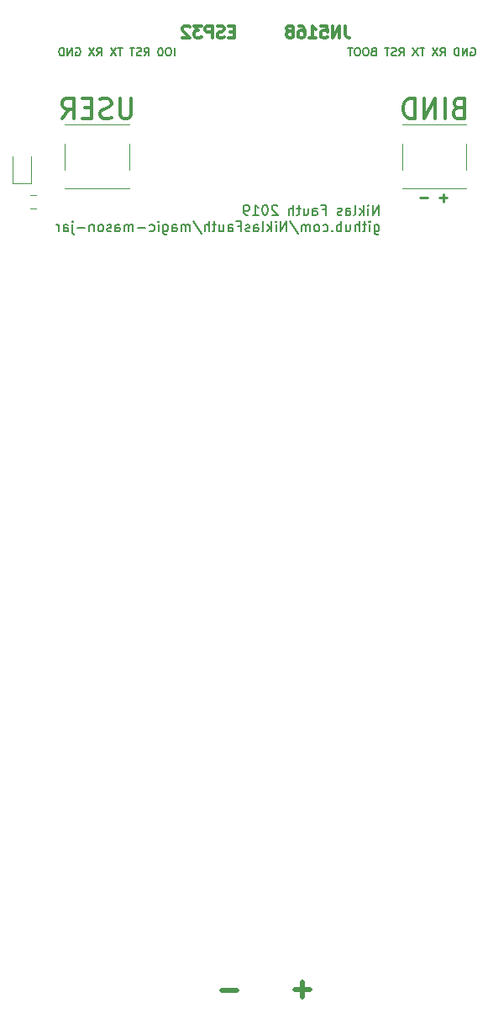
<source format=gbr>
G04 #@! TF.GenerationSoftware,KiCad,Pcbnew,5.1.4+dfsg1-1*
G04 #@! TF.CreationDate,2019-12-22T16:06:28+01:00*
G04 #@! TF.ProjectId,masonjar,6d61736f-6e6a-4617-922e-6b696361645f,rev?*
G04 #@! TF.SameCoordinates,Original*
G04 #@! TF.FileFunction,Legend,Bot*
G04 #@! TF.FilePolarity,Positive*
%FSLAX46Y46*%
G04 Gerber Fmt 4.6, Leading zero omitted, Abs format (unit mm)*
G04 Created by KiCad (PCBNEW 5.1.4+dfsg1-1) date 2019-12-22 16:06:28*
%MOMM*%
%LPD*%
G04 APERTURE LIST*
%ADD10C,0.150000*%
%ADD11C,0.250000*%
%ADD12C,0.500000*%
%ADD13C,0.300000*%
%ADD14C,0.120000*%
G04 APERTURE END LIST*
D10*
X11364404Y-19877380D02*
X11364404Y-18877380D01*
X10792976Y-19877380D01*
X10792976Y-18877380D01*
X10316785Y-19877380D02*
X10316785Y-19210714D01*
X10316785Y-18877380D02*
X10364404Y-18925000D01*
X10316785Y-18972619D01*
X10269166Y-18925000D01*
X10316785Y-18877380D01*
X10316785Y-18972619D01*
X9840595Y-19877380D02*
X9840595Y-18877380D01*
X9745357Y-19496428D02*
X9459642Y-19877380D01*
X9459642Y-19210714D02*
X9840595Y-19591666D01*
X8888214Y-19877380D02*
X8983452Y-19829761D01*
X9031071Y-19734523D01*
X9031071Y-18877380D01*
X8078690Y-19877380D02*
X8078690Y-19353571D01*
X8126309Y-19258333D01*
X8221547Y-19210714D01*
X8412023Y-19210714D01*
X8507261Y-19258333D01*
X8078690Y-19829761D02*
X8173928Y-19877380D01*
X8412023Y-19877380D01*
X8507261Y-19829761D01*
X8554880Y-19734523D01*
X8554880Y-19639285D01*
X8507261Y-19544047D01*
X8412023Y-19496428D01*
X8173928Y-19496428D01*
X8078690Y-19448809D01*
X7650119Y-19829761D02*
X7554880Y-19877380D01*
X7364404Y-19877380D01*
X7269166Y-19829761D01*
X7221547Y-19734523D01*
X7221547Y-19686904D01*
X7269166Y-19591666D01*
X7364404Y-19544047D01*
X7507261Y-19544047D01*
X7602500Y-19496428D01*
X7650119Y-19401190D01*
X7650119Y-19353571D01*
X7602500Y-19258333D01*
X7507261Y-19210714D01*
X7364404Y-19210714D01*
X7269166Y-19258333D01*
X5697738Y-19353571D02*
X6031071Y-19353571D01*
X6031071Y-19877380D02*
X6031071Y-18877380D01*
X5554880Y-18877380D01*
X4745357Y-19877380D02*
X4745357Y-19353571D01*
X4792976Y-19258333D01*
X4888214Y-19210714D01*
X5078690Y-19210714D01*
X5173928Y-19258333D01*
X4745357Y-19829761D02*
X4840595Y-19877380D01*
X5078690Y-19877380D01*
X5173928Y-19829761D01*
X5221547Y-19734523D01*
X5221547Y-19639285D01*
X5173928Y-19544047D01*
X5078690Y-19496428D01*
X4840595Y-19496428D01*
X4745357Y-19448809D01*
X3840595Y-19210714D02*
X3840595Y-19877380D01*
X4269166Y-19210714D02*
X4269166Y-19734523D01*
X4221547Y-19829761D01*
X4126309Y-19877380D01*
X3983452Y-19877380D01*
X3888214Y-19829761D01*
X3840595Y-19782142D01*
X3507261Y-19210714D02*
X3126309Y-19210714D01*
X3364404Y-18877380D02*
X3364404Y-19734523D01*
X3316785Y-19829761D01*
X3221547Y-19877380D01*
X3126309Y-19877380D01*
X2792976Y-19877380D02*
X2792976Y-18877380D01*
X2364404Y-19877380D02*
X2364404Y-19353571D01*
X2412023Y-19258333D01*
X2507261Y-19210714D01*
X2650119Y-19210714D01*
X2745357Y-19258333D01*
X2792976Y-19305952D01*
X1173928Y-18972619D02*
X1126309Y-18925000D01*
X1031071Y-18877380D01*
X792976Y-18877380D01*
X697738Y-18925000D01*
X650119Y-18972619D01*
X602500Y-19067857D01*
X602500Y-19163095D01*
X650119Y-19305952D01*
X1221547Y-19877380D01*
X602500Y-19877380D01*
X-16547Y-18877380D02*
X-111785Y-18877380D01*
X-207023Y-18925000D01*
X-254642Y-18972619D01*
X-302261Y-19067857D01*
X-349880Y-19258333D01*
X-349880Y-19496428D01*
X-302261Y-19686904D01*
X-254642Y-19782142D01*
X-207023Y-19829761D01*
X-111785Y-19877380D01*
X-16547Y-19877380D01*
X78690Y-19829761D01*
X126309Y-19782142D01*
X173928Y-19686904D01*
X221547Y-19496428D01*
X221547Y-19258333D01*
X173928Y-19067857D01*
X126309Y-18972619D01*
X78690Y-18925000D01*
X-16547Y-18877380D01*
X-1302261Y-19877380D02*
X-730833Y-19877380D01*
X-1016547Y-19877380D02*
X-1016547Y-18877380D01*
X-921309Y-19020238D01*
X-826071Y-19115476D01*
X-730833Y-19163095D01*
X-1778452Y-19877380D02*
X-1968928Y-19877380D01*
X-2064166Y-19829761D01*
X-2111785Y-19782142D01*
X-2207023Y-19639285D01*
X-2254642Y-19448809D01*
X-2254642Y-19067857D01*
X-2207023Y-18972619D01*
X-2159404Y-18925000D01*
X-2064166Y-18877380D01*
X-1873690Y-18877380D01*
X-1778452Y-18925000D01*
X-1730833Y-18972619D01*
X-1683214Y-19067857D01*
X-1683214Y-19305952D01*
X-1730833Y-19401190D01*
X-1778452Y-19448809D01*
X-1873690Y-19496428D01*
X-2064166Y-19496428D01*
X-2159404Y-19448809D01*
X-2207023Y-19401190D01*
X-2254642Y-19305952D01*
X10935833Y-20860714D02*
X10935833Y-21670238D01*
X10983452Y-21765476D01*
X11031071Y-21813095D01*
X11126309Y-21860714D01*
X11269166Y-21860714D01*
X11364404Y-21813095D01*
X10935833Y-21479761D02*
X11031071Y-21527380D01*
X11221547Y-21527380D01*
X11316785Y-21479761D01*
X11364404Y-21432142D01*
X11412023Y-21336904D01*
X11412023Y-21051190D01*
X11364404Y-20955952D01*
X11316785Y-20908333D01*
X11221547Y-20860714D01*
X11031071Y-20860714D01*
X10935833Y-20908333D01*
X10459642Y-21527380D02*
X10459642Y-20860714D01*
X10459642Y-20527380D02*
X10507261Y-20575000D01*
X10459642Y-20622619D01*
X10412023Y-20575000D01*
X10459642Y-20527380D01*
X10459642Y-20622619D01*
X10126309Y-20860714D02*
X9745357Y-20860714D01*
X9983452Y-20527380D02*
X9983452Y-21384523D01*
X9935833Y-21479761D01*
X9840595Y-21527380D01*
X9745357Y-21527380D01*
X9412023Y-21527380D02*
X9412023Y-20527380D01*
X8983452Y-21527380D02*
X8983452Y-21003571D01*
X9031071Y-20908333D01*
X9126309Y-20860714D01*
X9269166Y-20860714D01*
X9364404Y-20908333D01*
X9412023Y-20955952D01*
X8078690Y-20860714D02*
X8078690Y-21527380D01*
X8507261Y-20860714D02*
X8507261Y-21384523D01*
X8459642Y-21479761D01*
X8364404Y-21527380D01*
X8221547Y-21527380D01*
X8126309Y-21479761D01*
X8078690Y-21432142D01*
X7602500Y-21527380D02*
X7602500Y-20527380D01*
X7602500Y-20908333D02*
X7507261Y-20860714D01*
X7316785Y-20860714D01*
X7221547Y-20908333D01*
X7173928Y-20955952D01*
X7126309Y-21051190D01*
X7126309Y-21336904D01*
X7173928Y-21432142D01*
X7221547Y-21479761D01*
X7316785Y-21527380D01*
X7507261Y-21527380D01*
X7602500Y-21479761D01*
X6697738Y-21432142D02*
X6650119Y-21479761D01*
X6697738Y-21527380D01*
X6745357Y-21479761D01*
X6697738Y-21432142D01*
X6697738Y-21527380D01*
X5792976Y-21479761D02*
X5888214Y-21527380D01*
X6078690Y-21527380D01*
X6173928Y-21479761D01*
X6221547Y-21432142D01*
X6269166Y-21336904D01*
X6269166Y-21051190D01*
X6221547Y-20955952D01*
X6173928Y-20908333D01*
X6078690Y-20860714D01*
X5888214Y-20860714D01*
X5792976Y-20908333D01*
X5221547Y-21527380D02*
X5316785Y-21479761D01*
X5364404Y-21432142D01*
X5412023Y-21336904D01*
X5412023Y-21051190D01*
X5364404Y-20955952D01*
X5316785Y-20908333D01*
X5221547Y-20860714D01*
X5078690Y-20860714D01*
X4983452Y-20908333D01*
X4935833Y-20955952D01*
X4888214Y-21051190D01*
X4888214Y-21336904D01*
X4935833Y-21432142D01*
X4983452Y-21479761D01*
X5078690Y-21527380D01*
X5221547Y-21527380D01*
X4459642Y-21527380D02*
X4459642Y-20860714D01*
X4459642Y-20955952D02*
X4412023Y-20908333D01*
X4316785Y-20860714D01*
X4173928Y-20860714D01*
X4078690Y-20908333D01*
X4031071Y-21003571D01*
X4031071Y-21527380D01*
X4031071Y-21003571D02*
X3983452Y-20908333D01*
X3888214Y-20860714D01*
X3745357Y-20860714D01*
X3650119Y-20908333D01*
X3602500Y-21003571D01*
X3602500Y-21527380D01*
X2412023Y-20479761D02*
X3269166Y-21765476D01*
X2078690Y-21527380D02*
X2078690Y-20527380D01*
X1507261Y-21527380D01*
X1507261Y-20527380D01*
X1031071Y-21527380D02*
X1031071Y-20860714D01*
X1031071Y-20527380D02*
X1078690Y-20575000D01*
X1031071Y-20622619D01*
X983452Y-20575000D01*
X1031071Y-20527380D01*
X1031071Y-20622619D01*
X554880Y-21527380D02*
X554880Y-20527380D01*
X459642Y-21146428D02*
X173928Y-21527380D01*
X173928Y-20860714D02*
X554880Y-21241666D01*
X-397499Y-21527380D02*
X-302261Y-21479761D01*
X-254642Y-21384523D01*
X-254642Y-20527380D01*
X-1207023Y-21527380D02*
X-1207023Y-21003571D01*
X-1159404Y-20908333D01*
X-1064166Y-20860714D01*
X-873690Y-20860714D01*
X-778452Y-20908333D01*
X-1207023Y-21479761D02*
X-1111785Y-21527380D01*
X-873690Y-21527380D01*
X-778452Y-21479761D01*
X-730833Y-21384523D01*
X-730833Y-21289285D01*
X-778452Y-21194047D01*
X-873690Y-21146428D01*
X-1111785Y-21146428D01*
X-1207023Y-21098809D01*
X-1635595Y-21479761D02*
X-1730833Y-21527380D01*
X-1921309Y-21527380D01*
X-2016547Y-21479761D01*
X-2064166Y-21384523D01*
X-2064166Y-21336904D01*
X-2016547Y-21241666D01*
X-1921309Y-21194047D01*
X-1778452Y-21194047D01*
X-1683214Y-21146428D01*
X-1635595Y-21051190D01*
X-1635595Y-21003571D01*
X-1683214Y-20908333D01*
X-1778452Y-20860714D01*
X-1921309Y-20860714D01*
X-2016547Y-20908333D01*
X-2826071Y-21003571D02*
X-2492738Y-21003571D01*
X-2492738Y-21527380D02*
X-2492738Y-20527380D01*
X-2968928Y-20527380D01*
X-3778452Y-21527380D02*
X-3778452Y-21003571D01*
X-3730833Y-20908333D01*
X-3635595Y-20860714D01*
X-3445119Y-20860714D01*
X-3349880Y-20908333D01*
X-3778452Y-21479761D02*
X-3683214Y-21527380D01*
X-3445119Y-21527380D01*
X-3349880Y-21479761D01*
X-3302261Y-21384523D01*
X-3302261Y-21289285D01*
X-3349880Y-21194047D01*
X-3445119Y-21146428D01*
X-3683214Y-21146428D01*
X-3778452Y-21098809D01*
X-4683214Y-20860714D02*
X-4683214Y-21527380D01*
X-4254642Y-20860714D02*
X-4254642Y-21384523D01*
X-4302261Y-21479761D01*
X-4397499Y-21527380D01*
X-4540357Y-21527380D01*
X-4635595Y-21479761D01*
X-4683214Y-21432142D01*
X-5016547Y-20860714D02*
X-5397499Y-20860714D01*
X-5159404Y-20527380D02*
X-5159404Y-21384523D01*
X-5207023Y-21479761D01*
X-5302261Y-21527380D01*
X-5397499Y-21527380D01*
X-5730833Y-21527380D02*
X-5730833Y-20527380D01*
X-6159404Y-21527380D02*
X-6159404Y-21003571D01*
X-6111785Y-20908333D01*
X-6016547Y-20860714D01*
X-5873690Y-20860714D01*
X-5778452Y-20908333D01*
X-5730833Y-20955952D01*
X-7349880Y-20479761D02*
X-6492738Y-21765476D01*
X-7683214Y-21527380D02*
X-7683214Y-20860714D01*
X-7683214Y-20955952D02*
X-7730833Y-20908333D01*
X-7826071Y-20860714D01*
X-7968928Y-20860714D01*
X-8064166Y-20908333D01*
X-8111785Y-21003571D01*
X-8111785Y-21527380D01*
X-8111785Y-21003571D02*
X-8159404Y-20908333D01*
X-8254642Y-20860714D01*
X-8397499Y-20860714D01*
X-8492738Y-20908333D01*
X-8540357Y-21003571D01*
X-8540357Y-21527380D01*
X-9445119Y-21527380D02*
X-9445119Y-21003571D01*
X-9397499Y-20908333D01*
X-9302261Y-20860714D01*
X-9111785Y-20860714D01*
X-9016547Y-20908333D01*
X-9445119Y-21479761D02*
X-9349880Y-21527380D01*
X-9111785Y-21527380D01*
X-9016547Y-21479761D01*
X-8968928Y-21384523D01*
X-8968928Y-21289285D01*
X-9016547Y-21194047D01*
X-9111785Y-21146428D01*
X-9349880Y-21146428D01*
X-9445119Y-21098809D01*
X-10349880Y-20860714D02*
X-10349880Y-21670238D01*
X-10302261Y-21765476D01*
X-10254642Y-21813095D01*
X-10159404Y-21860714D01*
X-10016547Y-21860714D01*
X-9921309Y-21813095D01*
X-10349880Y-21479761D02*
X-10254642Y-21527380D01*
X-10064166Y-21527380D01*
X-9968928Y-21479761D01*
X-9921309Y-21432142D01*
X-9873690Y-21336904D01*
X-9873690Y-21051190D01*
X-9921309Y-20955952D01*
X-9968928Y-20908333D01*
X-10064166Y-20860714D01*
X-10254642Y-20860714D01*
X-10349880Y-20908333D01*
X-10826071Y-21527380D02*
X-10826071Y-20860714D01*
X-10826071Y-20527380D02*
X-10778452Y-20575000D01*
X-10826071Y-20622619D01*
X-10873690Y-20575000D01*
X-10826071Y-20527380D01*
X-10826071Y-20622619D01*
X-11730833Y-21479761D02*
X-11635595Y-21527380D01*
X-11445119Y-21527380D01*
X-11349880Y-21479761D01*
X-11302261Y-21432142D01*
X-11254642Y-21336904D01*
X-11254642Y-21051190D01*
X-11302261Y-20955952D01*
X-11349880Y-20908333D01*
X-11445119Y-20860714D01*
X-11635595Y-20860714D01*
X-11730833Y-20908333D01*
X-12159404Y-21146428D02*
X-12921309Y-21146428D01*
X-13397499Y-21527380D02*
X-13397499Y-20860714D01*
X-13397499Y-20955952D02*
X-13445119Y-20908333D01*
X-13540357Y-20860714D01*
X-13683214Y-20860714D01*
X-13778452Y-20908333D01*
X-13826071Y-21003571D01*
X-13826071Y-21527380D01*
X-13826071Y-21003571D02*
X-13873690Y-20908333D01*
X-13968928Y-20860714D01*
X-14111785Y-20860714D01*
X-14207023Y-20908333D01*
X-14254642Y-21003571D01*
X-14254642Y-21527380D01*
X-15159404Y-21527380D02*
X-15159404Y-21003571D01*
X-15111785Y-20908333D01*
X-15016547Y-20860714D01*
X-14826071Y-20860714D01*
X-14730833Y-20908333D01*
X-15159404Y-21479761D02*
X-15064166Y-21527380D01*
X-14826071Y-21527380D01*
X-14730833Y-21479761D01*
X-14683214Y-21384523D01*
X-14683214Y-21289285D01*
X-14730833Y-21194047D01*
X-14826071Y-21146428D01*
X-15064166Y-21146428D01*
X-15159404Y-21098809D01*
X-15587976Y-21479761D02*
X-15683214Y-21527380D01*
X-15873690Y-21527380D01*
X-15968928Y-21479761D01*
X-16016547Y-21384523D01*
X-16016547Y-21336904D01*
X-15968928Y-21241666D01*
X-15873690Y-21194047D01*
X-15730833Y-21194047D01*
X-15635595Y-21146428D01*
X-15587976Y-21051190D01*
X-15587976Y-21003571D01*
X-15635595Y-20908333D01*
X-15730833Y-20860714D01*
X-15873690Y-20860714D01*
X-15968928Y-20908333D01*
X-16587976Y-21527380D02*
X-16492738Y-21479761D01*
X-16445119Y-21432142D01*
X-16397499Y-21336904D01*
X-16397499Y-21051190D01*
X-16445119Y-20955952D01*
X-16492738Y-20908333D01*
X-16587976Y-20860714D01*
X-16730833Y-20860714D01*
X-16826071Y-20908333D01*
X-16873690Y-20955952D01*
X-16921309Y-21051190D01*
X-16921309Y-21336904D01*
X-16873690Y-21432142D01*
X-16826071Y-21479761D01*
X-16730833Y-21527380D01*
X-16587976Y-21527380D01*
X-17349880Y-20860714D02*
X-17349880Y-21527380D01*
X-17349880Y-20955952D02*
X-17397499Y-20908333D01*
X-17492738Y-20860714D01*
X-17635595Y-20860714D01*
X-17730833Y-20908333D01*
X-17778452Y-21003571D01*
X-17778452Y-21527380D01*
X-18254642Y-21146428D02*
X-19016547Y-21146428D01*
X-19492738Y-20860714D02*
X-19492738Y-21717857D01*
X-19445119Y-21813095D01*
X-19349880Y-21860714D01*
X-19302261Y-21860714D01*
X-19492738Y-20527380D02*
X-19445119Y-20575000D01*
X-19492738Y-20622619D01*
X-19540357Y-20575000D01*
X-19492738Y-20527380D01*
X-19492738Y-20622619D01*
X-20397499Y-21527380D02*
X-20397499Y-21003571D01*
X-20349880Y-20908333D01*
X-20254642Y-20860714D01*
X-20064166Y-20860714D01*
X-19968928Y-20908333D01*
X-20397499Y-21479761D02*
X-20302261Y-21527380D01*
X-20064166Y-21527380D01*
X-19968928Y-21479761D01*
X-19921309Y-21384523D01*
X-19921309Y-21289285D01*
X-19968928Y-21194047D01*
X-20064166Y-21146428D01*
X-20302261Y-21146428D01*
X-20397499Y-21098809D01*
X-20873690Y-21527380D02*
X-20873690Y-20860714D01*
X-20873690Y-21051190D02*
X-20921309Y-20955952D01*
X-20968928Y-20908333D01*
X-21064166Y-20860714D01*
X-21159404Y-20860714D01*
D11*
X18280952Y-18171428D02*
X17519047Y-18171428D01*
X17900000Y-18552380D02*
X17900000Y-17790476D01*
X16280952Y-18171428D02*
X15519047Y-18171428D01*
D12*
X-2888095Y-97942857D02*
X-4411904Y-97942857D01*
X4411904Y-97892857D02*
X2888095Y-97892857D01*
X3650000Y-98654761D02*
X3650000Y-97130952D01*
D13*
X-3178571Y-1414285D02*
X-3578571Y-1414285D01*
X-3750000Y-2042857D02*
X-3178571Y-2042857D01*
X-3178571Y-842857D01*
X-3750000Y-842857D01*
X-4207142Y-1985714D02*
X-4378571Y-2042857D01*
X-4664285Y-2042857D01*
X-4778571Y-1985714D01*
X-4835714Y-1928571D01*
X-4892857Y-1814285D01*
X-4892857Y-1700000D01*
X-4835714Y-1585714D01*
X-4778571Y-1528571D01*
X-4664285Y-1471428D01*
X-4435714Y-1414285D01*
X-4321428Y-1357142D01*
X-4264285Y-1300000D01*
X-4207142Y-1185714D01*
X-4207142Y-1071428D01*
X-4264285Y-957142D01*
X-4321428Y-900000D01*
X-4435714Y-842857D01*
X-4721428Y-842857D01*
X-4892857Y-900000D01*
X-5407142Y-2042857D02*
X-5407142Y-842857D01*
X-5864285Y-842857D01*
X-5978571Y-900000D01*
X-6035714Y-957142D01*
X-6092857Y-1071428D01*
X-6092857Y-1242857D01*
X-6035714Y-1357142D01*
X-5978571Y-1414285D01*
X-5864285Y-1471428D01*
X-5407142Y-1471428D01*
X-6492857Y-842857D02*
X-7235714Y-842857D01*
X-6835714Y-1300000D01*
X-7007142Y-1300000D01*
X-7121428Y-1357142D01*
X-7178571Y-1414285D01*
X-7235714Y-1528571D01*
X-7235714Y-1814285D01*
X-7178571Y-1928571D01*
X-7121428Y-1985714D01*
X-7007142Y-2042857D01*
X-6664285Y-2042857D01*
X-6550000Y-1985714D01*
X-6492857Y-1928571D01*
X-7692857Y-957142D02*
X-7750000Y-900000D01*
X-7864285Y-842857D01*
X-8150000Y-842857D01*
X-8264285Y-900000D01*
X-8321428Y-957142D01*
X-8378571Y-1071428D01*
X-8378571Y-1185714D01*
X-8321428Y-1357142D01*
X-7635714Y-2042857D01*
X-8378571Y-2042857D01*
X7992857Y-842857D02*
X7992857Y-1700000D01*
X8050000Y-1871428D01*
X8164285Y-1985714D01*
X8335714Y-2042857D01*
X8450000Y-2042857D01*
X7421428Y-2042857D02*
X7421428Y-842857D01*
X6735714Y-2042857D01*
X6735714Y-842857D01*
X5592857Y-842857D02*
X6164285Y-842857D01*
X6221428Y-1414285D01*
X6164285Y-1357142D01*
X6050000Y-1300000D01*
X5764285Y-1300000D01*
X5650000Y-1357142D01*
X5592857Y-1414285D01*
X5535714Y-1528571D01*
X5535714Y-1814285D01*
X5592857Y-1928571D01*
X5650000Y-1985714D01*
X5764285Y-2042857D01*
X6050000Y-2042857D01*
X6164285Y-1985714D01*
X6221428Y-1928571D01*
X4392857Y-2042857D02*
X5078571Y-2042857D01*
X4735714Y-2042857D02*
X4735714Y-842857D01*
X4850000Y-1014285D01*
X4964285Y-1128571D01*
X5078571Y-1185714D01*
X3364285Y-842857D02*
X3592857Y-842857D01*
X3707142Y-900000D01*
X3764285Y-957142D01*
X3878571Y-1128571D01*
X3935714Y-1357142D01*
X3935714Y-1814285D01*
X3878571Y-1928571D01*
X3821428Y-1985714D01*
X3707142Y-2042857D01*
X3478571Y-2042857D01*
X3364285Y-1985714D01*
X3307142Y-1928571D01*
X3250000Y-1814285D01*
X3250000Y-1528571D01*
X3307142Y-1414285D01*
X3364285Y-1357142D01*
X3478571Y-1300000D01*
X3707142Y-1300000D01*
X3821428Y-1357142D01*
X3878571Y-1414285D01*
X3935714Y-1528571D01*
X2564285Y-1357142D02*
X2678571Y-1300000D01*
X2735714Y-1242857D01*
X2792857Y-1128571D01*
X2792857Y-1071428D01*
X2735714Y-957142D01*
X2678571Y-900000D01*
X2564285Y-842857D01*
X2335714Y-842857D01*
X2221428Y-900000D01*
X2164285Y-957142D01*
X2107142Y-1071428D01*
X2107142Y-1128571D01*
X2164285Y-1242857D01*
X2221428Y-1300000D01*
X2335714Y-1357142D01*
X2564285Y-1357142D01*
X2678571Y-1414285D01*
X2735714Y-1471428D01*
X2792857Y-1585714D01*
X2792857Y-1814285D01*
X2735714Y-1928571D01*
X2678571Y-1985714D01*
X2564285Y-2042857D01*
X2335714Y-2042857D01*
X2221428Y-1985714D01*
X2164285Y-1928571D01*
X2107142Y-1814285D01*
X2107142Y-1585714D01*
X2164285Y-1471428D01*
X2221428Y-1414285D01*
X2335714Y-1357142D01*
D10*
X-9209523Y-3861904D02*
X-9209523Y-3061904D01*
X-9742857Y-3061904D02*
X-9895238Y-3061904D01*
X-9971428Y-3100000D01*
X-10047619Y-3176190D01*
X-10085714Y-3328571D01*
X-10085714Y-3595238D01*
X-10047619Y-3747619D01*
X-9971428Y-3823809D01*
X-9895238Y-3861904D01*
X-9742857Y-3861904D01*
X-9666666Y-3823809D01*
X-9590476Y-3747619D01*
X-9552380Y-3595238D01*
X-9552380Y-3328571D01*
X-9590476Y-3176190D01*
X-9666666Y-3100000D01*
X-9742857Y-3061904D01*
X-10580952Y-3061904D02*
X-10657142Y-3061904D01*
X-10733333Y-3100000D01*
X-10771428Y-3138095D01*
X-10809523Y-3214285D01*
X-10847619Y-3366666D01*
X-10847619Y-3557142D01*
X-10809523Y-3709523D01*
X-10771428Y-3785714D01*
X-10733333Y-3823809D01*
X-10657142Y-3861904D01*
X-10580952Y-3861904D01*
X-10504761Y-3823809D01*
X-10466666Y-3785714D01*
X-10428571Y-3709523D01*
X-10390476Y-3557142D01*
X-10390476Y-3366666D01*
X-10428571Y-3214285D01*
X-10466666Y-3138095D01*
X-10504761Y-3100000D01*
X-10580952Y-3061904D01*
X-12257142Y-3861904D02*
X-11990476Y-3480952D01*
X-11800000Y-3861904D02*
X-11800000Y-3061904D01*
X-12104761Y-3061904D01*
X-12180952Y-3100000D01*
X-12219047Y-3138095D01*
X-12257142Y-3214285D01*
X-12257142Y-3328571D01*
X-12219047Y-3404761D01*
X-12180952Y-3442857D01*
X-12104761Y-3480952D01*
X-11800000Y-3480952D01*
X-12561904Y-3823809D02*
X-12676190Y-3861904D01*
X-12866666Y-3861904D01*
X-12942857Y-3823809D01*
X-12980952Y-3785714D01*
X-13019047Y-3709523D01*
X-13019047Y-3633333D01*
X-12980952Y-3557142D01*
X-12942857Y-3519047D01*
X-12866666Y-3480952D01*
X-12714285Y-3442857D01*
X-12638095Y-3404761D01*
X-12600000Y-3366666D01*
X-12561904Y-3290476D01*
X-12561904Y-3214285D01*
X-12600000Y-3138095D01*
X-12638095Y-3100000D01*
X-12714285Y-3061904D01*
X-12904761Y-3061904D01*
X-13019047Y-3100000D01*
X-13247619Y-3061904D02*
X-13704761Y-3061904D01*
X-13476190Y-3861904D02*
X-13476190Y-3061904D01*
X-14466666Y-3061904D02*
X-14923809Y-3061904D01*
X-14695238Y-3861904D02*
X-14695238Y-3061904D01*
X-15114285Y-3061904D02*
X-15647619Y-3861904D01*
X-15647619Y-3061904D02*
X-15114285Y-3861904D01*
X-17019047Y-3861904D02*
X-16752380Y-3480952D01*
X-16561904Y-3861904D02*
X-16561904Y-3061904D01*
X-16866666Y-3061904D01*
X-16942857Y-3100000D01*
X-16980952Y-3138095D01*
X-17019047Y-3214285D01*
X-17019047Y-3328571D01*
X-16980952Y-3404761D01*
X-16942857Y-3442857D01*
X-16866666Y-3480952D01*
X-16561904Y-3480952D01*
X-17285714Y-3061904D02*
X-17819047Y-3861904D01*
X-17819047Y-3061904D02*
X-17285714Y-3861904D01*
X-19152380Y-3100000D02*
X-19076190Y-3061904D01*
X-18961904Y-3061904D01*
X-18847619Y-3100000D01*
X-18771428Y-3176190D01*
X-18733333Y-3252380D01*
X-18695238Y-3404761D01*
X-18695238Y-3519047D01*
X-18733333Y-3671428D01*
X-18771428Y-3747619D01*
X-18847619Y-3823809D01*
X-18961904Y-3861904D01*
X-19038095Y-3861904D01*
X-19152380Y-3823809D01*
X-19190476Y-3785714D01*
X-19190476Y-3519047D01*
X-19038095Y-3519047D01*
X-19533333Y-3861904D02*
X-19533333Y-3061904D01*
X-19990476Y-3861904D01*
X-19990476Y-3061904D01*
X-20371428Y-3861904D02*
X-20371428Y-3061904D01*
X-20561904Y-3061904D01*
X-20676190Y-3100000D01*
X-20752380Y-3176190D01*
X-20790476Y-3252380D01*
X-20828571Y-3404761D01*
X-20828571Y-3519047D01*
X-20790476Y-3671428D01*
X-20752380Y-3747619D01*
X-20676190Y-3823809D01*
X-20561904Y-3861904D01*
X-20371428Y-3861904D01*
X20673809Y-3100000D02*
X20750000Y-3061904D01*
X20864285Y-3061904D01*
X20978571Y-3100000D01*
X21054761Y-3176190D01*
X21092857Y-3252380D01*
X21130952Y-3404761D01*
X21130952Y-3519047D01*
X21092857Y-3671428D01*
X21054761Y-3747619D01*
X20978571Y-3823809D01*
X20864285Y-3861904D01*
X20788095Y-3861904D01*
X20673809Y-3823809D01*
X20635714Y-3785714D01*
X20635714Y-3519047D01*
X20788095Y-3519047D01*
X20292857Y-3861904D02*
X20292857Y-3061904D01*
X19835714Y-3861904D01*
X19835714Y-3061904D01*
X19454761Y-3861904D02*
X19454761Y-3061904D01*
X19264285Y-3061904D01*
X19150000Y-3100000D01*
X19073809Y-3176190D01*
X19035714Y-3252380D01*
X18997619Y-3404761D01*
X18997619Y-3519047D01*
X19035714Y-3671428D01*
X19073809Y-3747619D01*
X19150000Y-3823809D01*
X19264285Y-3861904D01*
X19454761Y-3861904D01*
X17588095Y-3861904D02*
X17854761Y-3480952D01*
X18045238Y-3861904D02*
X18045238Y-3061904D01*
X17740476Y-3061904D01*
X17664285Y-3100000D01*
X17626190Y-3138095D01*
X17588095Y-3214285D01*
X17588095Y-3328571D01*
X17626190Y-3404761D01*
X17664285Y-3442857D01*
X17740476Y-3480952D01*
X18045238Y-3480952D01*
X17321428Y-3061904D02*
X16788095Y-3861904D01*
X16788095Y-3061904D02*
X17321428Y-3861904D01*
X15988095Y-3061904D02*
X15530952Y-3061904D01*
X15759523Y-3861904D02*
X15759523Y-3061904D01*
X15340476Y-3061904D02*
X14807142Y-3861904D01*
X14807142Y-3061904D02*
X15340476Y-3861904D01*
X13435714Y-3861904D02*
X13702380Y-3480952D01*
X13892857Y-3861904D02*
X13892857Y-3061904D01*
X13588095Y-3061904D01*
X13511904Y-3100000D01*
X13473809Y-3138095D01*
X13435714Y-3214285D01*
X13435714Y-3328571D01*
X13473809Y-3404761D01*
X13511904Y-3442857D01*
X13588095Y-3480952D01*
X13892857Y-3480952D01*
X13130952Y-3823809D02*
X13016666Y-3861904D01*
X12826190Y-3861904D01*
X12750000Y-3823809D01*
X12711904Y-3785714D01*
X12673809Y-3709523D01*
X12673809Y-3633333D01*
X12711904Y-3557142D01*
X12750000Y-3519047D01*
X12826190Y-3480952D01*
X12978571Y-3442857D01*
X13054761Y-3404761D01*
X13092857Y-3366666D01*
X13130952Y-3290476D01*
X13130952Y-3214285D01*
X13092857Y-3138095D01*
X13054761Y-3100000D01*
X12978571Y-3061904D01*
X12788095Y-3061904D01*
X12673809Y-3100000D01*
X12445238Y-3061904D02*
X11988095Y-3061904D01*
X12216666Y-3861904D02*
X12216666Y-3061904D01*
X10845238Y-3442857D02*
X10730952Y-3480952D01*
X10692857Y-3519047D01*
X10654761Y-3595238D01*
X10654761Y-3709523D01*
X10692857Y-3785714D01*
X10730952Y-3823809D01*
X10807142Y-3861904D01*
X11111904Y-3861904D01*
X11111904Y-3061904D01*
X10845238Y-3061904D01*
X10769047Y-3100000D01*
X10730952Y-3138095D01*
X10692857Y-3214285D01*
X10692857Y-3290476D01*
X10730952Y-3366666D01*
X10769047Y-3404761D01*
X10845238Y-3442857D01*
X11111904Y-3442857D01*
X10159523Y-3061904D02*
X10007142Y-3061904D01*
X9930952Y-3100000D01*
X9854761Y-3176190D01*
X9816666Y-3328571D01*
X9816666Y-3595238D01*
X9854761Y-3747619D01*
X9930952Y-3823809D01*
X10007142Y-3861904D01*
X10159523Y-3861904D01*
X10235714Y-3823809D01*
X10311904Y-3747619D01*
X10350000Y-3595238D01*
X10350000Y-3328571D01*
X10311904Y-3176190D01*
X10235714Y-3100000D01*
X10159523Y-3061904D01*
X9321428Y-3061904D02*
X9169047Y-3061904D01*
X9092857Y-3100000D01*
X9016666Y-3176190D01*
X8978571Y-3328571D01*
X8978571Y-3595238D01*
X9016666Y-3747619D01*
X9092857Y-3823809D01*
X9169047Y-3861904D01*
X9321428Y-3861904D01*
X9397619Y-3823809D01*
X9473809Y-3747619D01*
X9511904Y-3595238D01*
X9511904Y-3328571D01*
X9473809Y-3176190D01*
X9397619Y-3100000D01*
X9321428Y-3061904D01*
X8750000Y-3061904D02*
X8292857Y-3061904D01*
X8521428Y-3861904D02*
X8521428Y-3061904D01*
D13*
X19380952Y-9107142D02*
X19095238Y-9202380D01*
X19000000Y-9297619D01*
X18904761Y-9488095D01*
X18904761Y-9773809D01*
X19000000Y-9964285D01*
X19095238Y-10059523D01*
X19285714Y-10154761D01*
X20047619Y-10154761D01*
X20047619Y-8154761D01*
X19380952Y-8154761D01*
X19190476Y-8250000D01*
X19095238Y-8345238D01*
X19000000Y-8535714D01*
X19000000Y-8726190D01*
X19095238Y-8916666D01*
X19190476Y-9011904D01*
X19380952Y-9107142D01*
X20047619Y-9107142D01*
X18047619Y-10154761D02*
X18047619Y-8154761D01*
X17095238Y-10154761D02*
X17095238Y-8154761D01*
X15952380Y-10154761D01*
X15952380Y-8154761D01*
X15000000Y-10154761D02*
X15000000Y-8154761D01*
X14523809Y-8154761D01*
X14238095Y-8250000D01*
X14047619Y-8440476D01*
X13952380Y-8630952D01*
X13857142Y-9011904D01*
X13857142Y-9297619D01*
X13952380Y-9678571D01*
X14047619Y-9869047D01*
X14238095Y-10059523D01*
X14523809Y-10154761D01*
X15000000Y-10154761D01*
X-13571428Y-8154761D02*
X-13571428Y-9773809D01*
X-13666666Y-9964285D01*
X-13761904Y-10059523D01*
X-13952380Y-10154761D01*
X-14333333Y-10154761D01*
X-14523809Y-10059523D01*
X-14619047Y-9964285D01*
X-14714285Y-9773809D01*
X-14714285Y-8154761D01*
X-15571428Y-10059523D02*
X-15857142Y-10154761D01*
X-16333333Y-10154761D01*
X-16523809Y-10059523D01*
X-16619047Y-9964285D01*
X-16714285Y-9773809D01*
X-16714285Y-9583333D01*
X-16619047Y-9392857D01*
X-16523809Y-9297619D01*
X-16333333Y-9202380D01*
X-15952380Y-9107142D01*
X-15761904Y-9011904D01*
X-15666666Y-8916666D01*
X-15571428Y-8726190D01*
X-15571428Y-8535714D01*
X-15666666Y-8345238D01*
X-15761904Y-8250000D01*
X-15952380Y-8154761D01*
X-16428571Y-8154761D01*
X-16714285Y-8250000D01*
X-17571428Y-9107142D02*
X-18238095Y-9107142D01*
X-18523809Y-10154761D02*
X-17571428Y-10154761D01*
X-17571428Y-8154761D01*
X-18523809Y-8154761D01*
X-20523809Y-10154761D02*
X-19857142Y-9202380D01*
X-19380952Y-10154761D02*
X-19380952Y-8154761D01*
X-20142857Y-8154761D01*
X-20333333Y-8250000D01*
X-20428571Y-8345238D01*
X-20523809Y-8535714D01*
X-20523809Y-8821428D01*
X-20428571Y-9011904D01*
X-20333333Y-9107142D01*
X-20142857Y-9202380D01*
X-19380952Y-9202380D01*
D14*
X13770000Y-10770000D02*
X20230000Y-10770000D01*
X13770000Y-15300000D02*
X13770000Y-12700000D01*
X13770000Y-17230000D02*
X20230000Y-17230000D01*
X20230000Y-15300000D02*
X20230000Y-12700000D01*
X13770000Y-17200000D02*
X13770000Y-17230000D01*
X13770000Y-10770000D02*
X13770000Y-10800000D01*
X20230000Y-10770000D02*
X20230000Y-10800000D01*
X20230000Y-17230000D02*
X20230000Y-17200000D01*
X-20230000Y-10770000D02*
X-13770000Y-10770000D01*
X-20230000Y-15300000D02*
X-20230000Y-12700000D01*
X-20230000Y-17230000D02*
X-13770000Y-17230000D01*
X-13770000Y-15300000D02*
X-13770000Y-12700000D01*
X-20230000Y-17200000D02*
X-20230000Y-17230000D01*
X-20230000Y-10770000D02*
X-20230000Y-10800000D01*
X-13770000Y-10770000D02*
X-13770000Y-10800000D01*
X-13770000Y-17230000D02*
X-13770000Y-17200000D01*
X-23708578Y-17840000D02*
X-23191422Y-17840000D01*
X-23708578Y-19260000D02*
X-23191422Y-19260000D01*
X-25560000Y-16685000D02*
X-25560000Y-14000000D01*
X-23640000Y-16685000D02*
X-25560000Y-16685000D01*
X-23640000Y-14000000D02*
X-23640000Y-16685000D01*
M02*

</source>
